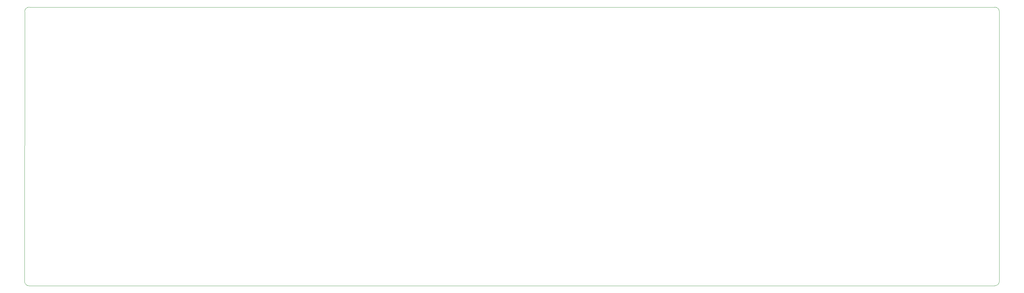
<source format=gbr>
%TF.GenerationSoftware,KiCad,Pcbnew,(6.0.7)*%
%TF.CreationDate,2022-10-09T17:02:24+02:00*%
%TF.ProjectId,skoosk,736b6f6f-736b-42e6-9b69-6361645f7063,rev?*%
%TF.SameCoordinates,Original*%
%TF.FileFunction,Profile,NP*%
%FSLAX46Y46*%
G04 Gerber Fmt 4.6, Leading zero omitted, Abs format (unit mm)*
G04 Created by KiCad (PCBNEW (6.0.7)) date 2022-10-09 17:02:24*
%MOMM*%
%LPD*%
G01*
G04 APERTURE LIST*
%TA.AperFunction,Profile*%
%ADD10C,0.100000*%
%TD*%
G04 APERTURE END LIST*
D10*
X2489200Y-12319000D02*
X2463800Y-88138000D01*
X3759200Y-11049000D02*
G75*
G03*
X2489200Y-12319000I0J-1270000D01*
G01*
X274421600Y-11049000D02*
X3759200Y-11049000D01*
X275691600Y-12319000D02*
G75*
G03*
X274421600Y-11049000I-1270000J0D01*
G01*
X275691600Y-88112600D02*
X275691600Y-12319000D01*
X274421600Y-89382600D02*
G75*
G03*
X275691600Y-88112600I0J1270000D01*
G01*
X3733800Y-89408000D02*
X274421600Y-89382600D01*
X2463800Y-88138000D02*
G75*
G03*
X3733800Y-89408000I1270000J0D01*
G01*
M02*

</source>
